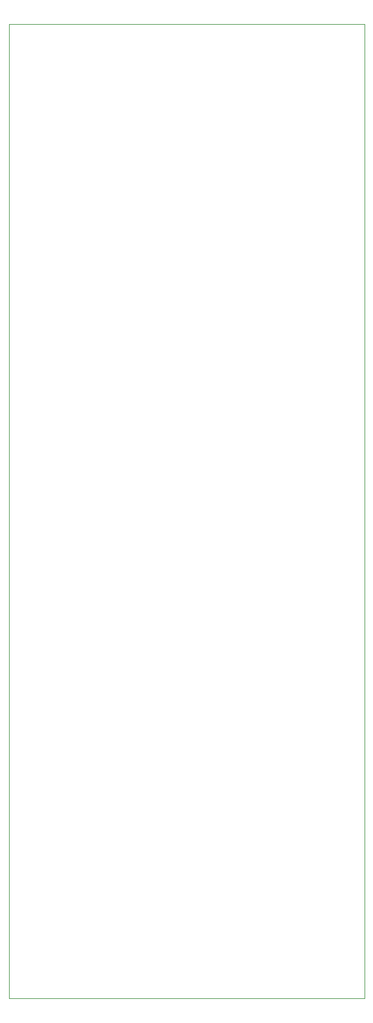
<source format=gbr>
%TF.GenerationSoftware,KiCad,Pcbnew,9.0.4*%
%TF.CreationDate,2025-12-21T15:39:32+05:30*%
%TF.ProjectId,FPGA_Mic_Input,46504741-5f4d-4696-935f-496e7075742e,rev?*%
%TF.SameCoordinates,Original*%
%TF.FileFunction,Profile,NP*%
%FSLAX46Y46*%
G04 Gerber Fmt 4.6, Leading zero omitted, Abs format (unit mm)*
G04 Created by KiCad (PCBNEW 9.0.4) date 2025-12-21 15:39:32*
%MOMM*%
%LPD*%
G01*
G04 APERTURE LIST*
%TA.AperFunction,Profile*%
%ADD10C,0.050000*%
%TD*%
G04 APERTURE END LIST*
D10*
X114427000Y-34290000D02*
X164338000Y-34290000D01*
X164338000Y-171196000D01*
X114427000Y-171196000D01*
X114427000Y-34290000D01*
M02*

</source>
